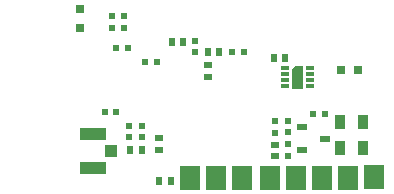
<source format=gtp>
G04*
G04 #@! TF.GenerationSoftware,Altium Limited,Altium Designer,19.1.5 (86)*
G04*
G04 Layer_Color=8421504*
%FSAX25Y25*%
%MOIN*%
G70*
G01*
G75*
%ADD17R,0.02362X0.02520*%
%ADD18R,0.02520X0.02362*%
%ADD19R,0.02441X0.02244*%
%ADD20R,0.01968X0.02362*%
%ADD21R,0.03937X0.03937*%
%ADD22R,0.08661X0.04134*%
%ADD23R,0.02362X0.01968*%
%ADD24R,0.07087X0.07874*%
%ADD25C,0.00039*%
%ADD26R,0.01968X0.01968*%
%ADD27R,0.02756X0.01181*%
%ADD28R,0.03150X0.03150*%
%ADD29R,0.03543X0.05118*%
%ADD30R,0.03740X0.01890*%
%ADD31R,0.03150X0.03150*%
G36*
X0187532Y0159665D02*
X0187824Y0159664D01*
X0187822Y0151988D01*
X0187527Y0151988D01*
X0184083Y0151988D01*
X0184083Y0158680D01*
X0185066Y0159666D01*
X0187532Y0159665D01*
D02*
G37*
D17*
X0130126Y0131653D02*
D03*
X0133905D02*
D03*
X0139811Y0121417D02*
D03*
X0143591D02*
D03*
X0178039Y0162165D02*
D03*
X0181819D02*
D03*
X0147724Y0167598D02*
D03*
X0143945D02*
D03*
X0156110Y0164134D02*
D03*
X0159890D02*
D03*
D18*
X0139693Y0131653D02*
D03*
Y0135433D02*
D03*
X0178276Y0129449D02*
D03*
Y0133228D02*
D03*
X0156228Y0155984D02*
D03*
Y0159764D02*
D03*
D19*
X0134181Y0139724D02*
D03*
Y0136024D02*
D03*
X0129850Y0139724D02*
D03*
Y0136024D02*
D03*
D20*
X0121622Y0144134D02*
D03*
X0125559D02*
D03*
X0138906Y0160984D02*
D03*
X0134968D02*
D03*
X0129260Y0165512D02*
D03*
X0125323D02*
D03*
X0164024Y0164252D02*
D03*
X0167961D02*
D03*
X0195008Y0143543D02*
D03*
X0191071D02*
D03*
D21*
X0123740Y0131260D02*
D03*
D22*
X0117835Y0137067D02*
D03*
Y0125453D02*
D03*
D23*
X0128236Y0172323D02*
D03*
Y0176260D02*
D03*
X0123945Y0172323D02*
D03*
Y0176260D02*
D03*
X0182685Y0133465D02*
D03*
Y0129527D02*
D03*
X0178354Y0141339D02*
D03*
Y0137402D02*
D03*
X0182685Y0141378D02*
D03*
Y0137441D02*
D03*
X0151701Y0168071D02*
D03*
Y0164134D02*
D03*
D24*
X0150126Y0122402D02*
D03*
X0176898D02*
D03*
X0167449D02*
D03*
X0194220D02*
D03*
X0202882D02*
D03*
X0185559D02*
D03*
X0211543Y0122598D02*
D03*
X0158787Y0122402D02*
D03*
D25*
X0089890Y0158583D02*
D03*
X0094890D02*
D03*
X0089890Y0153583D02*
D03*
X0094890D02*
D03*
X0089890Y0148268D02*
D03*
X0094890Y0148583D02*
D03*
D26*
X0185953Y0155827D02*
D03*
D27*
X0190087Y0158780D02*
D03*
Y0156811D02*
D03*
Y0154842D02*
D03*
Y0152874D02*
D03*
X0181819D02*
D03*
Y0154842D02*
D03*
Y0156811D02*
D03*
Y0158780D02*
D03*
D28*
X0206150Y0158307D02*
D03*
X0200244D02*
D03*
D29*
X0200126Y0140905D02*
D03*
X0207606D02*
D03*
X0200126Y0132205D02*
D03*
X0207606D02*
D03*
D30*
X0195087Y0135276D02*
D03*
X0187449Y0131457D02*
D03*
Y0139094D02*
D03*
D31*
X0113512Y0172205D02*
D03*
Y0178504D02*
D03*
M02*

</source>
